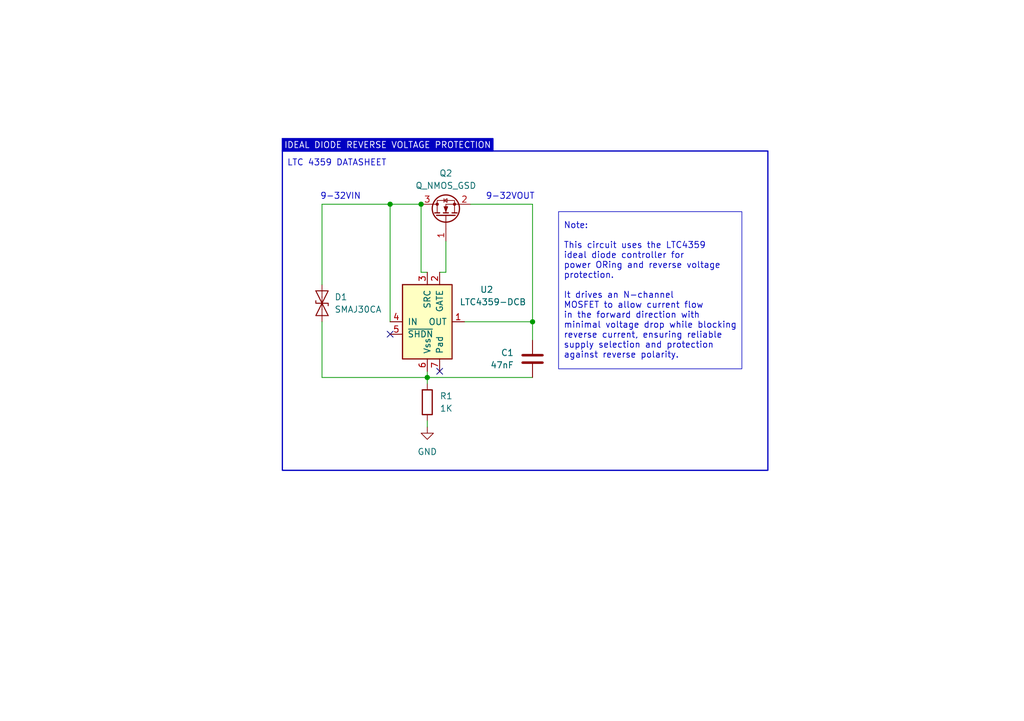
<source format=kicad_sch>
(kicad_sch (version 20250114) (generator "eeschema") (generator_version "9.0")
  (paper "A5")
  (title_block (title "IDEAL DIODE - LTC4359 ") (date "2025-10-17") (rev "1"))
  (lib_symbols
    (symbol "Device:C" (pin_numbers (hide yes)) (pin_names (offset 0.254))
      (property "Reference" "C" (at 0.635 2.54 0))
      (property "Value" "C" (at 0.635 -2.54 0))
      (symbol "C_0_1"
        (polyline (pts (xy -2.032 0.762) (xy 2.032 0.762)) (stroke (width 0.508)))
        (polyline (pts (xy -2.032 -0.762) (xy 2.032 -0.762)) (stroke (width 0.508)))
      )
      (symbol "C_1_1"
        (pin passive line (at 0 3.81 270) (length 2.794) (name "~") (number "1"))
        (pin passive line (at 0 -3.81 90) (length 2.794) (name "~") (number "2"))
      )
    )
    (symbol "Device:R" (pin_numbers (hide yes)) (pin_names (offset 0))
      (property "Reference" "R" (at 2.032 0 90))
      (property "Value" "R" (at 0 0 90))
      (symbol "R_0_1"
        (rectangle (start -1.016 -2.54) (end 1.016 2.54) (stroke (width 0.254)))
      )
      (symbol "R_1_1"
        (pin passive line (at 0 3.81 270) (length 1.27) (name "~") (number "1"))
        (pin passive line (at 0 -3.81 90) (length 1.27) (name "~") (number "2"))
      )
    )
    (symbol "Diode:SMAJ30CA" (pin_numbers (hide yes)) (pin_names (offset 1.016) (hide yes))
      (property "Reference" "D" (at 0 2.54 0))
      (property "Value" "SMAJ30CA" (at 0 -2.54 0))
      (symbol "SMAJ30CA_0_1"
        (polyline (pts (xy -2.54 -1.27) (xy 0 0) (xy -2.54 1.27) (xy -2.54 -1.27)) (stroke (width 0.2032)))
        (polyline (pts (xy 0.508 1.27) (xy 0 1.27) (xy 0 -1.27) (xy -0.508 -1.27)) (stroke (width 0.2032)))
        (polyline (pts (xy 1.27 0) (xy -1.27 0)))
        (polyline (pts (xy 2.54 1.27) (xy 2.54 -1.27) (xy 0 0) (xy 2.54 1.27)) (stroke (width 0.2032)))
      )
      (symbol "SMAJ30CA_1_1"
        (pin passive line (at -3.81 0 0) (length 2.54) (name "A1") (number "1"))
        (pin passive line (at 3.81 0 180) (length 2.54) (name "A2") (number "2"))
      )
    )
    (symbol "Power_Management:LTC4359-DCB" (pin_names (offset 1.016))
      (property "Reference" "U" (at -5.08 8.89 0))
      (property "Value" "LTC4359-DCB" (at 6.35 -6.35 0))
      (symbol "LTC4359-DCB_0_1"
        (rectangle (start -5.08 7.62) (end 5.08 -7.62) (stroke (width 0.254)) (fill (type background)))
      )
      (symbol "LTC4359-DCB_1_1"
        (pin power_in line (at -7.62 0 0) (length 2.54) (name "IN") (number "4"))
        (pin input line (at -7.62 -2.54 0) (length 2.54) (name "~{SHDN}") (number "5"))
        (pin input line (at 0 10.16 270) (length 2.54) (name "SRC") (number "3"))
        (pin power_in line (at 0 -10.16 90) (length 2.54) (name "Vss") (number "6"))
        (pin output line (at 2.54 10.16 270) (length 2.54) (name "GATE") (number "2"))
        (pin power_in line (at 2.54 -10.16 90) (length 2.54) (name "Pad") (number "7"))
        (pin input line (at 7.62 0 180) (length 2.54) (name "OUT") (number "1"))
      )
    )
    (symbol "Transistor_FET:Q_NMOS_GSD" (pin_names (offset 0) (hide yes))
      (property "Reference" "Q" (at 5.08 1.905 0))
      (property "Value" "Q_NMOS_GSD" (at 5.08 0 0))
      (symbol "Q_NMOS_GSD_0_1"
        (polyline (pts (xy 0.254 1.905) (xy 0.254 -1.905)) (stroke (width 0.254)))
        (polyline (pts (xy 0.254 0) (xy -2.54 0)))
        (polyline (pts (xy 0.762 2.286) (xy 0.762 1.27)) (stroke (width 0.254)))
        (polyline (pts (xy 0.762 0.508) (xy 0.762 -0.508)) (stroke (width 0.254)))
        (polyline (pts (xy 0.762 -1.27) (xy 0.762 -2.286)) (stroke (width 0.254)))
        (polyline (pts (xy 0.762 -1.778) (xy 3.302 -1.778) (xy 3.302 1.778) (xy 0.762 1.778)))
        (polyline (pts (xy 1.016 0) (xy 2.032 0.381) (xy 2.032 -0.381) (xy 1.016 0)) (fill (type outline)))
        (circle (center 1.651 0) (radius 2.794) (stroke (width 0.254)))
        (polyline (pts (xy 2.54 2.54) (xy 2.54 1.778)))
        (circle (center 2.54 1.778) (radius 0.254) (fill (type outline)))
        (circle (center 2.54 -1.778) (radius 0.254) (fill (type outline)))
        (polyline (pts (xy 2.54 -2.54) (xy 2.54 0) (xy 0.762 0)))
        (polyline (pts (xy 2.921 0.381) (xy 3.683 0.381)))
        (polyline (pts (xy 3.302 0.381) (xy 2.921 -0.254) (xy 3.683 -0.254) (xy 3.302 0.381)))
      )
      (symbol "Q_NMOS_GSD_1_1"
        (pin input line (at -5.08 0 0) (length 2.54) (name "G") (number "1"))
        (pin passive line (at 2.54 5.08 270) (length 2.54) (name "D") (number "3"))
        (pin passive line (at 2.54 -5.08 90) (length 2.54) (name "S") (number "2"))
      )
    )
    (symbol "power:GND" (power) (pin_numbers (hide yes)) (pin_names (offset 0) (hide yes))
      (property "Value" "GND" (at 0 -3.81 0))
      (symbol "GND_0_1"
        (polyline (pts (xy 0 0) (xy 0 -1.27) (xy 1.27 -1.27) (xy 0 -2.54) (xy -1.27 -1.27) (xy 0 -1.27)))
      )
      (symbol "GND_1_1"
        (pin power_in line (at 0 0 270) (length 0) (name "~") (number "1"))
      )
    )
  )
  (rectangle (start 57.912 28.448) (end 101.092 30.988) (stroke (width 0.254)) (fill (type color) (color 0 0 194 1)))
  (rectangle (start 57.912 30.988) (end 157.48 96.52) (stroke (width 0.254)))
  (rectangle (start 114.554 43.434) (end 152.146 75.692) (stroke (width 0.127)))
  (text "Note:\n\nThis circuit uses the LTC4359\nideal diode controller for \npower ORing and reverse voltage \nprotection.\n\nIt drives an N-channel \nMOSFET to allow current flow \nin the forward direction with \nminimal voltage drop while blocking \nreverse current, ensuring reliable \nsupply selection and protection \nagainst reverse polarity." (at 115.57 59.69 0) (effects (font (size 1.27 1.27)) (justify left)))
  (text "9-32VOUT\n" (at 104.648 40.386 0) (effects (font (size 1.27 1.27))))
  (text "IDEAL DIODE REVERSE VOLTAGE PROTECTION" (at 79.502 29.972 0) (effects (font (size 1.27 1.27))))
  (text "LTC 4359 DATASHEET" (at 69.088 33.528 0) (effects (font (size 1.27 1.27))))
  (text "9-32VIN\n" (at 69.85 40.386 0) (effects (font (size 1.27 1.27))))
  (junction (at 109.22 66.04))
  (junction (at 80.01 41.91))
  (junction (at 86.36 41.91))
  (junction (at 87.63 77.47))
  (no_connect (at 80.01 68.58))
  (no_connect (at 90.17 76.2))
  (wire (pts (xy 80.01 41.91) (xy 86.36 41.91)))
  (wire (pts (xy 86.36 41.91) (xy 86.36 55.88)))
  (wire (pts (xy 91.44 55.88) (xy 90.17 55.88)))
  (wire (pts (xy 109.22 41.91) (xy 96.52 41.91)))
  (wire (pts (xy 66.04 41.91) (xy 80.01 41.91)))
  (wire (pts (xy 66.04 66.04) (xy 66.04 77.47)))
  (wire (pts (xy 80.01 41.91) (xy 80.01 66.04)))
  (wire (pts (xy 91.44 49.53) (xy 91.44 55.88)))
  (wire (pts (xy 109.22 66.04) (xy 109.22 69.85)))
  (wire (pts (xy 87.63 87.63) (xy 87.63 86.36)))
  (wire (pts (xy 87.63 77.47) (xy 87.63 76.2)))
  (wire (pts (xy 66.04 77.47) (xy 87.63 77.47)))
  (wire (pts (xy 87.63 77.47) (xy 109.22 77.47)))
  (wire (pts (xy 95.25 66.04) (xy 109.22 66.04)))
  (wire (pts (xy 109.22 66.04) (xy 109.22 41.91)))
  (wire (pts (xy 66.04 58.42) (xy 66.04 41.91)))
  (wire (pts (xy 86.36 55.88) (xy 87.63 55.88)))
  (wire (pts (xy 87.63 78.74) (xy 87.63 77.47)))
  (symbol (lib_id "power:GND") (at 87.63 87.63 0) (unit 1)
    (property "Reference" "#PWR01" (effects (hide yes)))
    (property "Value" "GND" (at 87.63 92.71 0))
    (property "Description" "Power symbol creates a global label with name \"GND\" , ground" (effects (hide yes)))
  )
  (symbol (lib_id "Transistor_FET:Q_NMOS_GSD") (at 91.44 44.45 90) (unit 1)
    (property "Reference" "Q2" (at 91.44 35.56 90))
    (property "Value" "Q_NMOS_GSD" (at 91.44 38.1 90))
    (property "Footprint" "Package_TO_SOT_SMD:SOT-23" (effects (hide yes)))
    (property "Description" "N-MOSFET transistor, gate/source/drain" (effects (hide yes)))
    (property "JLCPCB Part #" "C2938374" (effects (hide yes)))
  )
  (symbol (lib_id "Diode:SMAJ30CA") (at 66.04 62.23 90) (unit 1)
    (property "Reference" "D1" (at 68.58 60.9599 90) (effects (justify right)))
    (property "Value" "SMAJ30CA" (at 68.58 63.4999 90) (effects (justify right)))
    (property "Footprint" "Diode_SMD:D_SMA" (effects (hide yes)))
    (property "Datasheet" "https://www.littelfuse.com/media?resourcetype=datasheets&itemid=75e32973-b177-4ee3-a0ff-cedaf1abdb93&filename=smaj-datasheet" (effects (hide yes)))
    (property "Description" "400W bidirectional Transient Voltage Suppressor, 30.0Vr, SMA(DO-214AC)" (effects (hide yes)))
    (property "JLCPCB Part #" "C908828" (effects (hide yes)))
  )
  (symbol (lib_id "Power_Management:LTC4359-DCB") (at 87.63 66.04 0) (unit 1)
    (property "Reference" "U2" (at 99.822 59.436 0))
    (property "Value" "LTC4359-DCB" (at 101.092 61.976 0))
    (property "Footprint" "Package_DFN_QFN:DFN-6-1EP_3x2mm_P0.5mm_EP1.65x1.35mm" (effects (hide yes)))
    (property "Datasheet" "https://www.analog.com/media/en/technical-documentation/data-sheets/ltc4359.pdf" (effects (hide yes)))
    (property "Description" "Ideal diode controller with reverse input protection, DFN-6" (effects (hide yes)))
  )
  (symbol (lib_id "Device:R") (at 87.63 82.55 0) (unit 1)
    (property "Reference" "R1" (at 90.17 81.2799 0) (effects (justify left)))
    (property "Value" "1K" (at 90.17 83.8199 0) (effects (justify left)))
    (property "Footprint" "Resistor_SMD:R_0603_1608Metric" (effects (hide yes)))
    (property "Description" "Resistor" (effects (hide yes)))
  )
  (symbol (lib_id "Device:C") (at 109.22 73.66 0) (mirror y) (unit 1)
    (property "Reference" "C1" (at 105.41 72.3899 0) (effects (justify left)))
    (property "Value" "47nF" (at 105.41 74.9299 0) (effects (justify left)))
    (property "Footprint" "Capacitor_SMD:C_0603_1608Metric" (effects (hide yes)))
    (property "Description" "Unpolarized capacitor" (effects (hide yes)))
  )
)
</source>
